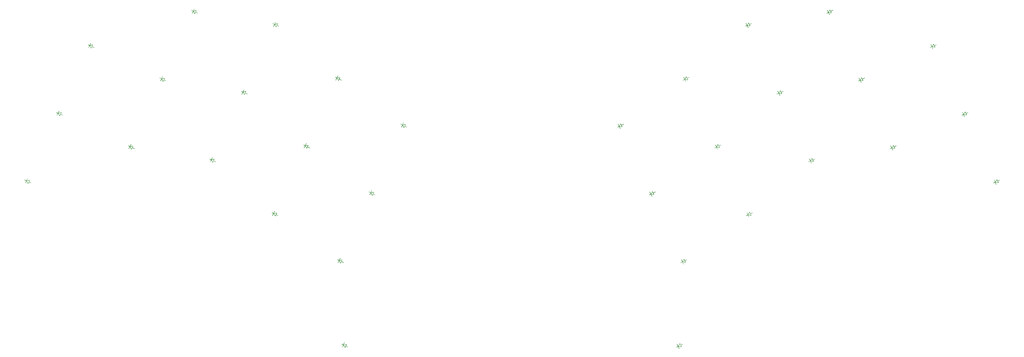
<source format=gbo>
%TF.GenerationSoftware,KiCad,Pcbnew,9.0.6*%
%TF.CreationDate,2025-12-10T21:36:36-06:00*%
%TF.ProjectId,keyboard,6b657962-6f61-4726-942e-6b696361645f,v1.0.0*%
%TF.SameCoordinates,Original*%
%TF.FileFunction,Legend,Bot*%
%TF.FilePolarity,Positive*%
%FSLAX46Y46*%
G04 Gerber Fmt 4.6, Leading zero omitted, Abs format (unit mm)*
G04 Created by KiCad (PCBNEW 9.0.6) date 2025-12-10 21:36:36*
%MOMM*%
%LPD*%
G01*
G04 APERTURE LIST*
%ADD10C,0.100000*%
G04 APERTURE END LIST*
D10*
%TO.C,D4*%
X89476910Y-83958053D02*
X89839433Y-84127101D01*
X89839433Y-84127101D02*
X89606994Y-84625570D01*
X89839433Y-84127101D02*
X90071873Y-83628631D01*
X89839433Y-84127101D02*
X90552265Y-84018148D01*
X90214171Y-84743195D02*
X89839433Y-84127101D01*
X90383219Y-84380674D02*
X90836372Y-84591981D01*
X90552265Y-84018148D02*
X90214171Y-84743195D01*
%TO.C,D29*%
X214944852Y-110494812D02*
X215307375Y-110325764D01*
X215307375Y-110325764D02*
X215074936Y-109827295D01*
X215307375Y-110325764D02*
X215539815Y-110824234D01*
X215307375Y-110325764D02*
X215682113Y-109709670D01*
X215682113Y-109709670D02*
X216020207Y-110434717D01*
X215851161Y-110072191D02*
X216304314Y-109860884D01*
X216020207Y-110434717D02*
X215307375Y-110325764D01*
%TO.C,D23*%
X243979678Y-87576941D02*
X244342201Y-87407893D01*
X244342201Y-87407893D02*
X244109762Y-86909424D01*
X244342201Y-87407893D02*
X244574641Y-87906363D01*
X244342201Y-87407893D02*
X244716939Y-86791799D01*
X244716939Y-86791799D02*
X245055033Y-87516846D01*
X244885987Y-87154320D02*
X245339140Y-86943013D01*
X245055033Y-87516846D02*
X244342201Y-87407893D01*
%TO.C,D2*%
X73163370Y-76350919D02*
X73525893Y-76519967D01*
X73525893Y-76519967D02*
X73293454Y-77018436D01*
X73525893Y-76519967D02*
X73758333Y-76021497D01*
X73525893Y-76519967D02*
X74238725Y-76411014D01*
X73900631Y-77136061D02*
X73525893Y-76519967D01*
X74069679Y-76773540D02*
X74522832Y-76984847D01*
X74238725Y-76411014D02*
X73900631Y-77136061D01*
%TO.C,D26*%
X229821490Y-99806237D02*
X230184013Y-99637189D01*
X230184013Y-99637189D02*
X229951574Y-99138720D01*
X230184013Y-99637189D02*
X230416453Y-100135659D01*
X230184013Y-99637189D02*
X230558751Y-99021095D01*
X230558751Y-99021095D02*
X230896845Y-99746142D01*
X230727799Y-99383616D02*
X231180952Y-99172309D01*
X230896845Y-99746142D02*
X230184013Y-99637189D01*
%TO.C,D9*%
X122314827Y-56128548D02*
X122677350Y-56297596D01*
X122677350Y-56297596D02*
X122444911Y-56796065D01*
X122677350Y-56297596D02*
X122909790Y-55799126D01*
X122677350Y-56297596D02*
X123390182Y-56188643D01*
X123052088Y-56913690D02*
X122677350Y-56297596D01*
X123221136Y-56551169D02*
X123674289Y-56762476D01*
X123390182Y-56188643D02*
X123052088Y-56913690D01*
%TO.C,D18*%
X278762115Y-76984850D02*
X279124638Y-76815802D01*
X279124638Y-76815802D02*
X278892199Y-76317333D01*
X279124638Y-76815802D02*
X279357078Y-77314272D01*
X279124638Y-76815802D02*
X279499376Y-76199708D01*
X279499376Y-76199708D02*
X279837470Y-76924755D01*
X279668424Y-76562229D02*
X280121577Y-76350922D01*
X279837470Y-76924755D02*
X279124638Y-76815802D01*
%TO.C,D24*%
X236795169Y-72169708D02*
X237157692Y-72000660D01*
X237157692Y-72000660D02*
X236925253Y-71502191D01*
X237157692Y-72000660D02*
X237390132Y-72499130D01*
X237157692Y-72000660D02*
X237532430Y-71384566D01*
X237532430Y-71384566D02*
X237870524Y-72109613D01*
X237701478Y-71747087D02*
X238154631Y-71535780D01*
X237870524Y-72109613D02*
X237157692Y-72000660D01*
%TO.C,D32*%
X213972588Y-129705609D02*
X214335111Y-129536561D01*
X214335111Y-129536561D02*
X214102672Y-129038092D01*
X214335111Y-129536561D02*
X214567551Y-130035031D01*
X214335111Y-129536561D02*
X214709849Y-128920467D01*
X214709849Y-128920467D02*
X215047943Y-129645514D01*
X214878897Y-129282988D02*
X215332050Y-129071681D01*
X215047943Y-129645514D02*
X214335111Y-129536561D01*
%TO.C,D3*%
X80347880Y-60943691D02*
X80710403Y-61112739D01*
X80710403Y-61112739D02*
X80477964Y-61611208D01*
X80710403Y-61112739D02*
X80942843Y-60614269D01*
X80710403Y-61112739D02*
X81423235Y-61003786D01*
X81085141Y-61728833D02*
X80710403Y-61112739D01*
X81254189Y-61366312D02*
X81707342Y-61577619D01*
X81423235Y-61003786D02*
X81085141Y-61728833D01*
%TO.C,D19*%
X271577601Y-61577619D02*
X271940124Y-61408571D01*
X271940124Y-61408571D02*
X271707685Y-60910102D01*
X271940124Y-61408571D02*
X272172564Y-61907041D01*
X271940124Y-61408571D02*
X272314862Y-60792477D01*
X272314862Y-60792477D02*
X272652956Y-61517524D01*
X272483910Y-61154998D02*
X272937063Y-60943691D01*
X272652956Y-61517524D02*
X271940124Y-61408571D01*
%TO.C,D10*%
X122103988Y-99172318D02*
X122466511Y-99341366D01*
X122466511Y-99341366D02*
X122234072Y-99839835D01*
X122466511Y-99341366D02*
X122698951Y-98842896D01*
X122466511Y-99341366D02*
X123179343Y-99232413D01*
X122841249Y-99957460D02*
X122466511Y-99341366D01*
X123010297Y-99594939D02*
X123463450Y-99806246D01*
X123179343Y-99232413D02*
X122841249Y-99957460D01*
%TO.C,D27*%
X222636977Y-84399007D02*
X222999500Y-84229959D01*
X222999500Y-84229959D02*
X222767061Y-83731490D01*
X222999500Y-84229959D02*
X223231940Y-84728429D01*
X222999500Y-84229959D02*
X223374238Y-83613865D01*
X223374238Y-83613865D02*
X223712332Y-84338912D01*
X223543286Y-83976386D02*
X223996439Y-83765079D01*
X223712332Y-84338912D02*
X222999500Y-84229959D01*
%TO.C,D6*%
X103845936Y-53143588D02*
X104208459Y-53312636D01*
X104208459Y-53312636D02*
X103976020Y-53811105D01*
X104208459Y-53312636D02*
X104440899Y-52814166D01*
X104208459Y-53312636D02*
X104921291Y-53203683D01*
X104583197Y-53928730D02*
X104208459Y-53312636D01*
X104752245Y-53566209D02*
X105205398Y-53777516D01*
X104921291Y-53203683D02*
X104583197Y-53928730D01*
%TO.C,D11*%
X129288498Y-83765081D02*
X129651021Y-83934129D01*
X129651021Y-83934129D02*
X129418582Y-84432598D01*
X129651021Y-83934129D02*
X129883461Y-83435659D01*
X129651021Y-83934129D02*
X130363853Y-83825176D01*
X130025759Y-84550223D02*
X129651021Y-83934129D01*
X130194807Y-84187702D02*
X130647960Y-84399009D01*
X130363853Y-83825176D02*
X130025759Y-84550223D01*
%TO.C,D13*%
X136980627Y-109860884D02*
X137343150Y-110029932D01*
X137343150Y-110029932D02*
X137110711Y-110528401D01*
X137343150Y-110029932D02*
X137575590Y-109531462D01*
X137343150Y-110029932D02*
X138055982Y-109920979D01*
X137717888Y-110646026D02*
X137343150Y-110029932D01*
X137886936Y-110283505D02*
X138340089Y-110494812D01*
X138055982Y-109920979D02*
X137717888Y-110646026D01*
%TO.C,D31*%
X200575826Y-79680355D02*
X200938349Y-79511307D01*
X200938349Y-79511307D02*
X200705910Y-79012838D01*
X200938349Y-79511307D02*
X201170789Y-80009777D01*
X200938349Y-79511307D02*
X201313087Y-78895213D01*
X201313087Y-78895213D02*
X201651181Y-79620260D01*
X201482135Y-79257734D02*
X201935288Y-79046427D01*
X201651181Y-79620260D02*
X200938349Y-79511307D01*
%TO.C,D30*%
X207760338Y-95087588D02*
X208122861Y-94918540D01*
X208122861Y-94918540D02*
X207890422Y-94420071D01*
X208122861Y-94918540D02*
X208355301Y-95417010D01*
X208122861Y-94918540D02*
X208497599Y-94302446D01*
X208497599Y-94302446D02*
X208835693Y-95027493D01*
X208666647Y-94664967D02*
X209119800Y-94453660D01*
X208835693Y-95027493D02*
X208122861Y-94918540D01*
%TO.C,D25*%
X229610660Y-56762476D02*
X229973183Y-56593428D01*
X229973183Y-56593428D02*
X229740744Y-56094959D01*
X229973183Y-56593428D02*
X230205623Y-57091898D01*
X229973183Y-56593428D02*
X230347921Y-55977334D01*
X230347921Y-55977334D02*
X230686015Y-56702381D01*
X230516969Y-56339855D02*
X230970122Y-56128548D01*
X230686015Y-56702381D02*
X229973183Y-56593428D01*
%TO.C,D12*%
X136473012Y-68357849D02*
X136835535Y-68526897D01*
X136835535Y-68526897D02*
X136603096Y-69025366D01*
X136835535Y-68526897D02*
X137067975Y-68028427D01*
X136835535Y-68526897D02*
X137548367Y-68417944D01*
X137210273Y-69142991D02*
X136835535Y-68526897D01*
X137379321Y-68780470D02*
X137832474Y-68991777D01*
X137548367Y-68417944D02*
X137210273Y-69142991D01*
%TO.C,D17*%
X285946622Y-92392084D02*
X286309145Y-92223036D01*
X286309145Y-92223036D02*
X286076706Y-91724567D01*
X286309145Y-92223036D02*
X286541585Y-92721506D01*
X286309145Y-92223036D02*
X286683883Y-91606942D01*
X286683883Y-91606942D02*
X287021977Y-92331989D01*
X286852931Y-91969463D02*
X287306084Y-91758156D01*
X287021977Y-92331989D02*
X286309145Y-92223036D01*
%TO.C,D14*%
X144165139Y-94453653D02*
X144527662Y-94622701D01*
X144527662Y-94622701D02*
X144295223Y-95121170D01*
X144527662Y-94622701D02*
X144760102Y-94124231D01*
X144527662Y-94622701D02*
X145240494Y-94513748D01*
X144902400Y-95238795D02*
X144527662Y-94622701D01*
X145071448Y-94876274D02*
X145524601Y-95087581D01*
X145240494Y-94513748D02*
X144902400Y-95238795D01*
%TO.C,D5*%
X96661419Y-68550823D02*
X97023942Y-68719871D01*
X97023942Y-68719871D02*
X96791503Y-69218340D01*
X97023942Y-68719871D02*
X97256382Y-68221401D01*
X97023942Y-68719871D02*
X97736774Y-68610918D01*
X97398680Y-69335965D02*
X97023942Y-68719871D01*
X97567728Y-68973444D02*
X98020881Y-69184751D01*
X97736774Y-68610918D02*
X97398680Y-69335965D01*
%TO.C,D15*%
X151349649Y-79046421D02*
X151712172Y-79215469D01*
X151712172Y-79215469D02*
X151479733Y-79713938D01*
X151712172Y-79215469D02*
X151944612Y-78716999D01*
X151712172Y-79215469D02*
X152425004Y-79106516D01*
X152086910Y-79831563D02*
X151712172Y-79215469D01*
X152255958Y-79469042D02*
X152709111Y-79680349D01*
X152425004Y-79106516D02*
X152086910Y-79831563D01*
%TO.C,D1*%
X65978863Y-91758153D02*
X66341386Y-91927201D01*
X66341386Y-91927201D02*
X66108947Y-92425670D01*
X66341386Y-91927201D02*
X66573826Y-91428731D01*
X66341386Y-91927201D02*
X67054218Y-91818248D01*
X66716124Y-92543295D02*
X66341386Y-91927201D01*
X66885172Y-92180774D02*
X67338325Y-92392081D01*
X67054218Y-91818248D02*
X66716124Y-92543295D01*
%TO.C,D8*%
X115130314Y-71535783D02*
X115492837Y-71704831D01*
X115492837Y-71704831D02*
X115260398Y-72203300D01*
X115492837Y-71704831D02*
X115725277Y-71206361D01*
X115492837Y-71704831D02*
X116205669Y-71595878D01*
X115867575Y-72320925D02*
X115492837Y-71704831D01*
X116036623Y-71958404D02*
X116489776Y-72169711D01*
X116205669Y-71595878D02*
X115867575Y-72320925D01*
%TO.C,D20*%
X262448568Y-84591980D02*
X262811091Y-84422932D01*
X262811091Y-84422932D02*
X262578652Y-83924463D01*
X262811091Y-84422932D02*
X263043531Y-84921402D01*
X262811091Y-84422932D02*
X263185829Y-83806838D01*
X263185829Y-83806838D02*
X263523923Y-84531885D01*
X263354877Y-84169359D02*
X263808030Y-83958052D01*
X263523923Y-84531885D02*
X262811091Y-84422932D01*
%TO.C,D28*%
X215452474Y-68991779D02*
X215814997Y-68822731D01*
X215814997Y-68822731D02*
X215582558Y-68324262D01*
X215814997Y-68822731D02*
X216047437Y-69321201D01*
X215814997Y-68822731D02*
X216189735Y-68206637D01*
X216189735Y-68206637D02*
X216527829Y-68931684D01*
X216358783Y-68569158D02*
X216811936Y-68357851D01*
X216527829Y-68931684D02*
X215814997Y-68822731D01*
%TO.C,D16*%
X137952888Y-129071685D02*
X138315411Y-129240733D01*
X138315411Y-129240733D02*
X138082972Y-129739202D01*
X138315411Y-129240733D02*
X138547851Y-128742263D01*
X138315411Y-129240733D02*
X139028243Y-129131780D01*
X138690149Y-129856827D02*
X138315411Y-129240733D01*
X138859197Y-129494306D02*
X139312350Y-129705613D01*
X139028243Y-129131780D02*
X138690149Y-129856827D01*
%TO.C,D22*%
X248079549Y-53777512D02*
X248442072Y-53608464D01*
X248442072Y-53608464D02*
X248209633Y-53109995D01*
X248442072Y-53608464D02*
X248674512Y-54106934D01*
X248442072Y-53608464D02*
X248816810Y-52992370D01*
X248816810Y-52992370D02*
X249154904Y-53717417D01*
X248985858Y-53354891D02*
X249439011Y-53143584D01*
X249154904Y-53717417D02*
X248442072Y-53608464D01*
%TO.C,D21*%
X255264061Y-69184753D02*
X255626584Y-69015705D01*
X255626584Y-69015705D02*
X255394145Y-68517236D01*
X255626584Y-69015705D02*
X255859024Y-69514175D01*
X255626584Y-69015705D02*
X256001322Y-68399611D01*
X256001322Y-68399611D02*
X256339416Y-69124658D01*
X256170370Y-68762132D02*
X256623523Y-68550825D01*
X256339416Y-69124658D02*
X255626584Y-69015705D01*
%TO.C,D7*%
X107945801Y-86943015D02*
X108308324Y-87112063D01*
X108308324Y-87112063D02*
X108075885Y-87610532D01*
X108308324Y-87112063D02*
X108540764Y-86613593D01*
X108308324Y-87112063D02*
X109021156Y-87003110D01*
X108683062Y-87728157D02*
X108308324Y-87112063D01*
X108852110Y-87365636D02*
X109305263Y-87576943D01*
X109021156Y-87003110D02*
X108683062Y-87728157D01*
%TD*%
M02*

</source>
